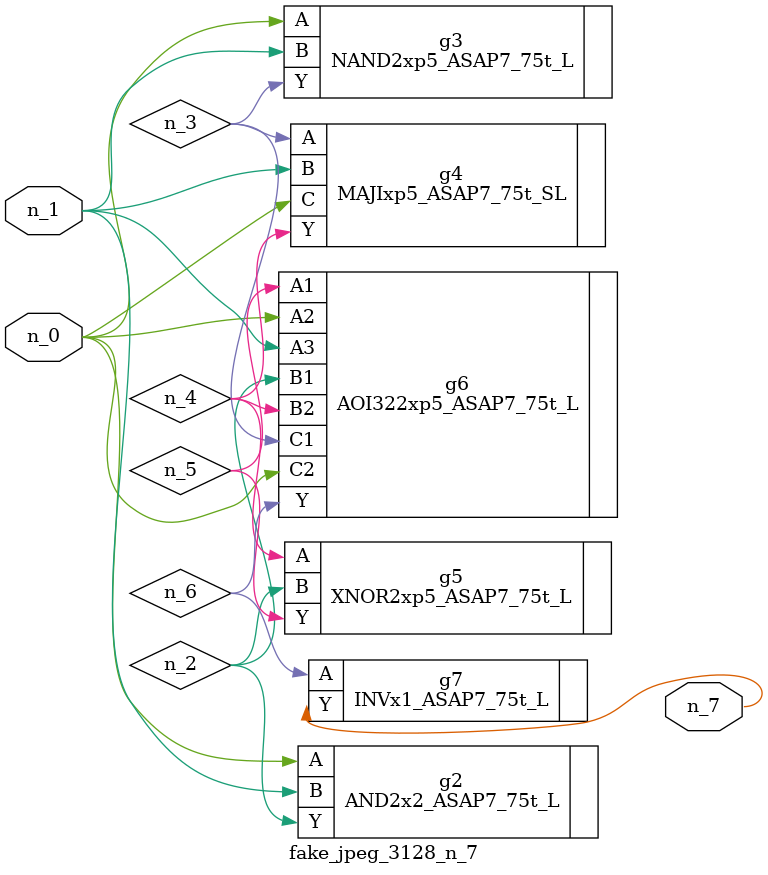
<source format=v>
module fake_jpeg_3128_n_7 (n_0, n_1, n_7);

input n_0;
input n_1;

output n_7;

wire n_2;
wire n_3;
wire n_4;
wire n_6;
wire n_5;

AND2x2_ASAP7_75t_L g2 ( 
.A(n_0),
.B(n_1),
.Y(n_2)
);

NAND2xp5_ASAP7_75t_L g3 ( 
.A(n_0),
.B(n_1),
.Y(n_3)
);

MAJIxp5_ASAP7_75t_SL g4 ( 
.A(n_3),
.B(n_1),
.C(n_0),
.Y(n_4)
);

XNOR2xp5_ASAP7_75t_L g5 ( 
.A(n_4),
.B(n_2),
.Y(n_5)
);

AOI322xp5_ASAP7_75t_L g6 ( 
.A1(n_5),
.A2(n_0),
.A3(n_1),
.B1(n_2),
.B2(n_4),
.C1(n_3),
.C2(n_0),
.Y(n_6)
);

INVx1_ASAP7_75t_L g7 ( 
.A(n_6),
.Y(n_7)
);


endmodule
</source>
